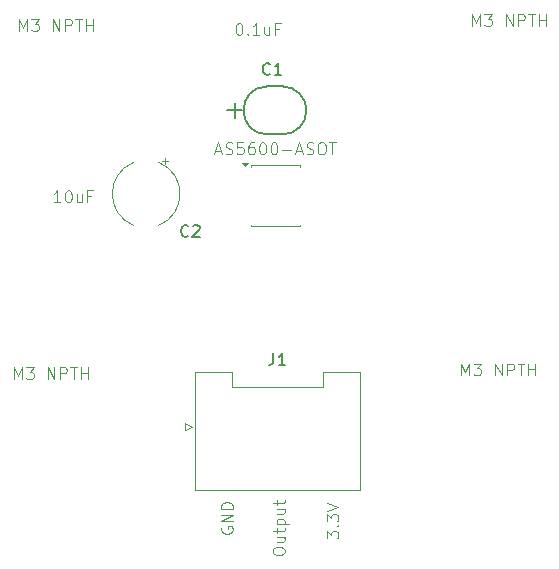
<source format=gbr>
%TF.GenerationSoftware,KiCad,Pcbnew,9.0.7*%
%TF.CreationDate,2026-01-28T16:33:08-08:00*%
%TF.ProjectId,speed-sensor-PCB,73706565-642d-4736-956e-736f722d5043,rev?*%
%TF.SameCoordinates,Original*%
%TF.FileFunction,Legend,Top*%
%TF.FilePolarity,Positive*%
%FSLAX46Y46*%
G04 Gerber Fmt 4.6, Leading zero omitted, Abs format (unit mm)*
G04 Created by KiCad (PCBNEW 9.0.7) date 2026-01-28 16:33:08*
%MOMM*%
%LPD*%
G01*
G04 APERTURE LIST*
%ADD10C,0.100000*%
%ADD11C,0.150000*%
%ADD12C,0.120000*%
%ADD13C,0.152400*%
G04 APERTURE END LIST*
D10*
X94906265Y-96206704D02*
X95382455Y-96206704D01*
X94811027Y-96492419D02*
X95144360Y-95492419D01*
X95144360Y-95492419D02*
X95477693Y-96492419D01*
X95763408Y-96444800D02*
X95906265Y-96492419D01*
X95906265Y-96492419D02*
X96144360Y-96492419D01*
X96144360Y-96492419D02*
X96239598Y-96444800D01*
X96239598Y-96444800D02*
X96287217Y-96397180D01*
X96287217Y-96397180D02*
X96334836Y-96301942D01*
X96334836Y-96301942D02*
X96334836Y-96206704D01*
X96334836Y-96206704D02*
X96287217Y-96111466D01*
X96287217Y-96111466D02*
X96239598Y-96063847D01*
X96239598Y-96063847D02*
X96144360Y-96016228D01*
X96144360Y-96016228D02*
X95953884Y-95968609D01*
X95953884Y-95968609D02*
X95858646Y-95920990D01*
X95858646Y-95920990D02*
X95811027Y-95873371D01*
X95811027Y-95873371D02*
X95763408Y-95778133D01*
X95763408Y-95778133D02*
X95763408Y-95682895D01*
X95763408Y-95682895D02*
X95811027Y-95587657D01*
X95811027Y-95587657D02*
X95858646Y-95540038D01*
X95858646Y-95540038D02*
X95953884Y-95492419D01*
X95953884Y-95492419D02*
X96191979Y-95492419D01*
X96191979Y-95492419D02*
X96334836Y-95540038D01*
X97239598Y-95492419D02*
X96763408Y-95492419D01*
X96763408Y-95492419D02*
X96715789Y-95968609D01*
X96715789Y-95968609D02*
X96763408Y-95920990D01*
X96763408Y-95920990D02*
X96858646Y-95873371D01*
X96858646Y-95873371D02*
X97096741Y-95873371D01*
X97096741Y-95873371D02*
X97191979Y-95920990D01*
X97191979Y-95920990D02*
X97239598Y-95968609D01*
X97239598Y-95968609D02*
X97287217Y-96063847D01*
X97287217Y-96063847D02*
X97287217Y-96301942D01*
X97287217Y-96301942D02*
X97239598Y-96397180D01*
X97239598Y-96397180D02*
X97191979Y-96444800D01*
X97191979Y-96444800D02*
X97096741Y-96492419D01*
X97096741Y-96492419D02*
X96858646Y-96492419D01*
X96858646Y-96492419D02*
X96763408Y-96444800D01*
X96763408Y-96444800D02*
X96715789Y-96397180D01*
X98144360Y-95492419D02*
X97953884Y-95492419D01*
X97953884Y-95492419D02*
X97858646Y-95540038D01*
X97858646Y-95540038D02*
X97811027Y-95587657D01*
X97811027Y-95587657D02*
X97715789Y-95730514D01*
X97715789Y-95730514D02*
X97668170Y-95920990D01*
X97668170Y-95920990D02*
X97668170Y-96301942D01*
X97668170Y-96301942D02*
X97715789Y-96397180D01*
X97715789Y-96397180D02*
X97763408Y-96444800D01*
X97763408Y-96444800D02*
X97858646Y-96492419D01*
X97858646Y-96492419D02*
X98049122Y-96492419D01*
X98049122Y-96492419D02*
X98144360Y-96444800D01*
X98144360Y-96444800D02*
X98191979Y-96397180D01*
X98191979Y-96397180D02*
X98239598Y-96301942D01*
X98239598Y-96301942D02*
X98239598Y-96063847D01*
X98239598Y-96063847D02*
X98191979Y-95968609D01*
X98191979Y-95968609D02*
X98144360Y-95920990D01*
X98144360Y-95920990D02*
X98049122Y-95873371D01*
X98049122Y-95873371D02*
X97858646Y-95873371D01*
X97858646Y-95873371D02*
X97763408Y-95920990D01*
X97763408Y-95920990D02*
X97715789Y-95968609D01*
X97715789Y-95968609D02*
X97668170Y-96063847D01*
X98858646Y-95492419D02*
X98953884Y-95492419D01*
X98953884Y-95492419D02*
X99049122Y-95540038D01*
X99049122Y-95540038D02*
X99096741Y-95587657D01*
X99096741Y-95587657D02*
X99144360Y-95682895D01*
X99144360Y-95682895D02*
X99191979Y-95873371D01*
X99191979Y-95873371D02*
X99191979Y-96111466D01*
X99191979Y-96111466D02*
X99144360Y-96301942D01*
X99144360Y-96301942D02*
X99096741Y-96397180D01*
X99096741Y-96397180D02*
X99049122Y-96444800D01*
X99049122Y-96444800D02*
X98953884Y-96492419D01*
X98953884Y-96492419D02*
X98858646Y-96492419D01*
X98858646Y-96492419D02*
X98763408Y-96444800D01*
X98763408Y-96444800D02*
X98715789Y-96397180D01*
X98715789Y-96397180D02*
X98668170Y-96301942D01*
X98668170Y-96301942D02*
X98620551Y-96111466D01*
X98620551Y-96111466D02*
X98620551Y-95873371D01*
X98620551Y-95873371D02*
X98668170Y-95682895D01*
X98668170Y-95682895D02*
X98715789Y-95587657D01*
X98715789Y-95587657D02*
X98763408Y-95540038D01*
X98763408Y-95540038D02*
X98858646Y-95492419D01*
X99811027Y-95492419D02*
X99906265Y-95492419D01*
X99906265Y-95492419D02*
X100001503Y-95540038D01*
X100001503Y-95540038D02*
X100049122Y-95587657D01*
X100049122Y-95587657D02*
X100096741Y-95682895D01*
X100096741Y-95682895D02*
X100144360Y-95873371D01*
X100144360Y-95873371D02*
X100144360Y-96111466D01*
X100144360Y-96111466D02*
X100096741Y-96301942D01*
X100096741Y-96301942D02*
X100049122Y-96397180D01*
X100049122Y-96397180D02*
X100001503Y-96444800D01*
X100001503Y-96444800D02*
X99906265Y-96492419D01*
X99906265Y-96492419D02*
X99811027Y-96492419D01*
X99811027Y-96492419D02*
X99715789Y-96444800D01*
X99715789Y-96444800D02*
X99668170Y-96397180D01*
X99668170Y-96397180D02*
X99620551Y-96301942D01*
X99620551Y-96301942D02*
X99572932Y-96111466D01*
X99572932Y-96111466D02*
X99572932Y-95873371D01*
X99572932Y-95873371D02*
X99620551Y-95682895D01*
X99620551Y-95682895D02*
X99668170Y-95587657D01*
X99668170Y-95587657D02*
X99715789Y-95540038D01*
X99715789Y-95540038D02*
X99811027Y-95492419D01*
X100572932Y-96111466D02*
X101334837Y-96111466D01*
X101763408Y-96206704D02*
X102239598Y-96206704D01*
X101668170Y-96492419D02*
X102001503Y-95492419D01*
X102001503Y-95492419D02*
X102334836Y-96492419D01*
X102620551Y-96444800D02*
X102763408Y-96492419D01*
X102763408Y-96492419D02*
X103001503Y-96492419D01*
X103001503Y-96492419D02*
X103096741Y-96444800D01*
X103096741Y-96444800D02*
X103144360Y-96397180D01*
X103144360Y-96397180D02*
X103191979Y-96301942D01*
X103191979Y-96301942D02*
X103191979Y-96206704D01*
X103191979Y-96206704D02*
X103144360Y-96111466D01*
X103144360Y-96111466D02*
X103096741Y-96063847D01*
X103096741Y-96063847D02*
X103001503Y-96016228D01*
X103001503Y-96016228D02*
X102811027Y-95968609D01*
X102811027Y-95968609D02*
X102715789Y-95920990D01*
X102715789Y-95920990D02*
X102668170Y-95873371D01*
X102668170Y-95873371D02*
X102620551Y-95778133D01*
X102620551Y-95778133D02*
X102620551Y-95682895D01*
X102620551Y-95682895D02*
X102668170Y-95587657D01*
X102668170Y-95587657D02*
X102715789Y-95540038D01*
X102715789Y-95540038D02*
X102811027Y-95492419D01*
X102811027Y-95492419D02*
X103049122Y-95492419D01*
X103049122Y-95492419D02*
X103191979Y-95540038D01*
X103811027Y-95492419D02*
X104001503Y-95492419D01*
X104001503Y-95492419D02*
X104096741Y-95540038D01*
X104096741Y-95540038D02*
X104191979Y-95635276D01*
X104191979Y-95635276D02*
X104239598Y-95825752D01*
X104239598Y-95825752D02*
X104239598Y-96159085D01*
X104239598Y-96159085D02*
X104191979Y-96349561D01*
X104191979Y-96349561D02*
X104096741Y-96444800D01*
X104096741Y-96444800D02*
X104001503Y-96492419D01*
X104001503Y-96492419D02*
X103811027Y-96492419D01*
X103811027Y-96492419D02*
X103715789Y-96444800D01*
X103715789Y-96444800D02*
X103620551Y-96349561D01*
X103620551Y-96349561D02*
X103572932Y-96159085D01*
X103572932Y-96159085D02*
X103572932Y-95825752D01*
X103572932Y-95825752D02*
X103620551Y-95635276D01*
X103620551Y-95635276D02*
X103715789Y-95540038D01*
X103715789Y-95540038D02*
X103811027Y-95492419D01*
X104525313Y-95492419D02*
X105096741Y-95492419D01*
X104811027Y-96492419D02*
X104811027Y-95492419D01*
X116633884Y-85642419D02*
X116633884Y-84642419D01*
X116633884Y-84642419D02*
X116967217Y-85356704D01*
X116967217Y-85356704D02*
X117300550Y-84642419D01*
X117300550Y-84642419D02*
X117300550Y-85642419D01*
X117681503Y-84642419D02*
X118300550Y-84642419D01*
X118300550Y-84642419D02*
X117967217Y-85023371D01*
X117967217Y-85023371D02*
X118110074Y-85023371D01*
X118110074Y-85023371D02*
X118205312Y-85070990D01*
X118205312Y-85070990D02*
X118252931Y-85118609D01*
X118252931Y-85118609D02*
X118300550Y-85213847D01*
X118300550Y-85213847D02*
X118300550Y-85451942D01*
X118300550Y-85451942D02*
X118252931Y-85547180D01*
X118252931Y-85547180D02*
X118205312Y-85594800D01*
X118205312Y-85594800D02*
X118110074Y-85642419D01*
X118110074Y-85642419D02*
X117824360Y-85642419D01*
X117824360Y-85642419D02*
X117729122Y-85594800D01*
X117729122Y-85594800D02*
X117681503Y-85547180D01*
X119491027Y-85642419D02*
X119491027Y-84642419D01*
X119491027Y-84642419D02*
X120062455Y-85642419D01*
X120062455Y-85642419D02*
X120062455Y-84642419D01*
X120538646Y-85642419D02*
X120538646Y-84642419D01*
X120538646Y-84642419D02*
X120919598Y-84642419D01*
X120919598Y-84642419D02*
X121014836Y-84690038D01*
X121014836Y-84690038D02*
X121062455Y-84737657D01*
X121062455Y-84737657D02*
X121110074Y-84832895D01*
X121110074Y-84832895D02*
X121110074Y-84975752D01*
X121110074Y-84975752D02*
X121062455Y-85070990D01*
X121062455Y-85070990D02*
X121014836Y-85118609D01*
X121014836Y-85118609D02*
X120919598Y-85166228D01*
X120919598Y-85166228D02*
X120538646Y-85166228D01*
X121395789Y-84642419D02*
X121967217Y-84642419D01*
X121681503Y-85642419D02*
X121681503Y-84642419D01*
X122300551Y-85642419D02*
X122300551Y-84642419D01*
X122300551Y-85118609D02*
X122871979Y-85118609D01*
X122871979Y-85642419D02*
X122871979Y-84642419D01*
X77843884Y-115532419D02*
X77843884Y-114532419D01*
X77843884Y-114532419D02*
X78177217Y-115246704D01*
X78177217Y-115246704D02*
X78510550Y-114532419D01*
X78510550Y-114532419D02*
X78510550Y-115532419D01*
X78891503Y-114532419D02*
X79510550Y-114532419D01*
X79510550Y-114532419D02*
X79177217Y-114913371D01*
X79177217Y-114913371D02*
X79320074Y-114913371D01*
X79320074Y-114913371D02*
X79415312Y-114960990D01*
X79415312Y-114960990D02*
X79462931Y-115008609D01*
X79462931Y-115008609D02*
X79510550Y-115103847D01*
X79510550Y-115103847D02*
X79510550Y-115341942D01*
X79510550Y-115341942D02*
X79462931Y-115437180D01*
X79462931Y-115437180D02*
X79415312Y-115484800D01*
X79415312Y-115484800D02*
X79320074Y-115532419D01*
X79320074Y-115532419D02*
X79034360Y-115532419D01*
X79034360Y-115532419D02*
X78939122Y-115484800D01*
X78939122Y-115484800D02*
X78891503Y-115437180D01*
X80701027Y-115532419D02*
X80701027Y-114532419D01*
X80701027Y-114532419D02*
X81272455Y-115532419D01*
X81272455Y-115532419D02*
X81272455Y-114532419D01*
X81748646Y-115532419D02*
X81748646Y-114532419D01*
X81748646Y-114532419D02*
X82129598Y-114532419D01*
X82129598Y-114532419D02*
X82224836Y-114580038D01*
X82224836Y-114580038D02*
X82272455Y-114627657D01*
X82272455Y-114627657D02*
X82320074Y-114722895D01*
X82320074Y-114722895D02*
X82320074Y-114865752D01*
X82320074Y-114865752D02*
X82272455Y-114960990D01*
X82272455Y-114960990D02*
X82224836Y-115008609D01*
X82224836Y-115008609D02*
X82129598Y-115056228D01*
X82129598Y-115056228D02*
X81748646Y-115056228D01*
X82605789Y-114532419D02*
X83177217Y-114532419D01*
X82891503Y-115532419D02*
X82891503Y-114532419D01*
X83510551Y-115532419D02*
X83510551Y-114532419D01*
X83510551Y-115008609D02*
X84081979Y-115008609D01*
X84081979Y-115532419D02*
X84081979Y-114532419D01*
X115723884Y-115222419D02*
X115723884Y-114222419D01*
X115723884Y-114222419D02*
X116057217Y-114936704D01*
X116057217Y-114936704D02*
X116390550Y-114222419D01*
X116390550Y-114222419D02*
X116390550Y-115222419D01*
X116771503Y-114222419D02*
X117390550Y-114222419D01*
X117390550Y-114222419D02*
X117057217Y-114603371D01*
X117057217Y-114603371D02*
X117200074Y-114603371D01*
X117200074Y-114603371D02*
X117295312Y-114650990D01*
X117295312Y-114650990D02*
X117342931Y-114698609D01*
X117342931Y-114698609D02*
X117390550Y-114793847D01*
X117390550Y-114793847D02*
X117390550Y-115031942D01*
X117390550Y-115031942D02*
X117342931Y-115127180D01*
X117342931Y-115127180D02*
X117295312Y-115174800D01*
X117295312Y-115174800D02*
X117200074Y-115222419D01*
X117200074Y-115222419D02*
X116914360Y-115222419D01*
X116914360Y-115222419D02*
X116819122Y-115174800D01*
X116819122Y-115174800D02*
X116771503Y-115127180D01*
X118581027Y-115222419D02*
X118581027Y-114222419D01*
X118581027Y-114222419D02*
X119152455Y-115222419D01*
X119152455Y-115222419D02*
X119152455Y-114222419D01*
X119628646Y-115222419D02*
X119628646Y-114222419D01*
X119628646Y-114222419D02*
X120009598Y-114222419D01*
X120009598Y-114222419D02*
X120104836Y-114270038D01*
X120104836Y-114270038D02*
X120152455Y-114317657D01*
X120152455Y-114317657D02*
X120200074Y-114412895D01*
X120200074Y-114412895D02*
X120200074Y-114555752D01*
X120200074Y-114555752D02*
X120152455Y-114650990D01*
X120152455Y-114650990D02*
X120104836Y-114698609D01*
X120104836Y-114698609D02*
X120009598Y-114746228D01*
X120009598Y-114746228D02*
X119628646Y-114746228D01*
X120485789Y-114222419D02*
X121057217Y-114222419D01*
X120771503Y-115222419D02*
X120771503Y-114222419D01*
X121390551Y-115222419D02*
X121390551Y-114222419D01*
X121390551Y-114698609D02*
X121961979Y-114698609D01*
X121961979Y-115222419D02*
X121961979Y-114222419D01*
X81777693Y-100562419D02*
X81206265Y-100562419D01*
X81491979Y-100562419D02*
X81491979Y-99562419D01*
X81491979Y-99562419D02*
X81396741Y-99705276D01*
X81396741Y-99705276D02*
X81301503Y-99800514D01*
X81301503Y-99800514D02*
X81206265Y-99848133D01*
X82396741Y-99562419D02*
X82491979Y-99562419D01*
X82491979Y-99562419D02*
X82587217Y-99610038D01*
X82587217Y-99610038D02*
X82634836Y-99657657D01*
X82634836Y-99657657D02*
X82682455Y-99752895D01*
X82682455Y-99752895D02*
X82730074Y-99943371D01*
X82730074Y-99943371D02*
X82730074Y-100181466D01*
X82730074Y-100181466D02*
X82682455Y-100371942D01*
X82682455Y-100371942D02*
X82634836Y-100467180D01*
X82634836Y-100467180D02*
X82587217Y-100514800D01*
X82587217Y-100514800D02*
X82491979Y-100562419D01*
X82491979Y-100562419D02*
X82396741Y-100562419D01*
X82396741Y-100562419D02*
X82301503Y-100514800D01*
X82301503Y-100514800D02*
X82253884Y-100467180D01*
X82253884Y-100467180D02*
X82206265Y-100371942D01*
X82206265Y-100371942D02*
X82158646Y-100181466D01*
X82158646Y-100181466D02*
X82158646Y-99943371D01*
X82158646Y-99943371D02*
X82206265Y-99752895D01*
X82206265Y-99752895D02*
X82253884Y-99657657D01*
X82253884Y-99657657D02*
X82301503Y-99610038D01*
X82301503Y-99610038D02*
X82396741Y-99562419D01*
X83587217Y-99895752D02*
X83587217Y-100562419D01*
X83158646Y-99895752D02*
X83158646Y-100419561D01*
X83158646Y-100419561D02*
X83206265Y-100514800D01*
X83206265Y-100514800D02*
X83301503Y-100562419D01*
X83301503Y-100562419D02*
X83444360Y-100562419D01*
X83444360Y-100562419D02*
X83539598Y-100514800D01*
X83539598Y-100514800D02*
X83587217Y-100467180D01*
X84396741Y-100038609D02*
X84063408Y-100038609D01*
X84063408Y-100562419D02*
X84063408Y-99562419D01*
X84063408Y-99562419D02*
X84539598Y-99562419D01*
X96859360Y-85382419D02*
X96954598Y-85382419D01*
X96954598Y-85382419D02*
X97049836Y-85430038D01*
X97049836Y-85430038D02*
X97097455Y-85477657D01*
X97097455Y-85477657D02*
X97145074Y-85572895D01*
X97145074Y-85572895D02*
X97192693Y-85763371D01*
X97192693Y-85763371D02*
X97192693Y-86001466D01*
X97192693Y-86001466D02*
X97145074Y-86191942D01*
X97145074Y-86191942D02*
X97097455Y-86287180D01*
X97097455Y-86287180D02*
X97049836Y-86334800D01*
X97049836Y-86334800D02*
X96954598Y-86382419D01*
X96954598Y-86382419D02*
X96859360Y-86382419D01*
X96859360Y-86382419D02*
X96764122Y-86334800D01*
X96764122Y-86334800D02*
X96716503Y-86287180D01*
X96716503Y-86287180D02*
X96668884Y-86191942D01*
X96668884Y-86191942D02*
X96621265Y-86001466D01*
X96621265Y-86001466D02*
X96621265Y-85763371D01*
X96621265Y-85763371D02*
X96668884Y-85572895D01*
X96668884Y-85572895D02*
X96716503Y-85477657D01*
X96716503Y-85477657D02*
X96764122Y-85430038D01*
X96764122Y-85430038D02*
X96859360Y-85382419D01*
X97621265Y-86287180D02*
X97668884Y-86334800D01*
X97668884Y-86334800D02*
X97621265Y-86382419D01*
X97621265Y-86382419D02*
X97573646Y-86334800D01*
X97573646Y-86334800D02*
X97621265Y-86287180D01*
X97621265Y-86287180D02*
X97621265Y-86382419D01*
X98621264Y-86382419D02*
X98049836Y-86382419D01*
X98335550Y-86382419D02*
X98335550Y-85382419D01*
X98335550Y-85382419D02*
X98240312Y-85525276D01*
X98240312Y-85525276D02*
X98145074Y-85620514D01*
X98145074Y-85620514D02*
X98049836Y-85668133D01*
X99478407Y-85715752D02*
X99478407Y-86382419D01*
X99049836Y-85715752D02*
X99049836Y-86239561D01*
X99049836Y-86239561D02*
X99097455Y-86334800D01*
X99097455Y-86334800D02*
X99192693Y-86382419D01*
X99192693Y-86382419D02*
X99335550Y-86382419D01*
X99335550Y-86382419D02*
X99430788Y-86334800D01*
X99430788Y-86334800D02*
X99478407Y-86287180D01*
X100287931Y-85858609D02*
X99954598Y-85858609D01*
X99954598Y-86382419D02*
X99954598Y-85382419D01*
X99954598Y-85382419D02*
X100430788Y-85382419D01*
X99762419Y-130175639D02*
X99762419Y-129985163D01*
X99762419Y-129985163D02*
X99810038Y-129889925D01*
X99810038Y-129889925D02*
X99905276Y-129794687D01*
X99905276Y-129794687D02*
X100095752Y-129747068D01*
X100095752Y-129747068D02*
X100429085Y-129747068D01*
X100429085Y-129747068D02*
X100619561Y-129794687D01*
X100619561Y-129794687D02*
X100714800Y-129889925D01*
X100714800Y-129889925D02*
X100762419Y-129985163D01*
X100762419Y-129985163D02*
X100762419Y-130175639D01*
X100762419Y-130175639D02*
X100714800Y-130270877D01*
X100714800Y-130270877D02*
X100619561Y-130366115D01*
X100619561Y-130366115D02*
X100429085Y-130413734D01*
X100429085Y-130413734D02*
X100095752Y-130413734D01*
X100095752Y-130413734D02*
X99905276Y-130366115D01*
X99905276Y-130366115D02*
X99810038Y-130270877D01*
X99810038Y-130270877D02*
X99762419Y-130175639D01*
X100095752Y-128889925D02*
X100762419Y-128889925D01*
X100095752Y-129318496D02*
X100619561Y-129318496D01*
X100619561Y-129318496D02*
X100714800Y-129270877D01*
X100714800Y-129270877D02*
X100762419Y-129175639D01*
X100762419Y-129175639D02*
X100762419Y-129032782D01*
X100762419Y-129032782D02*
X100714800Y-128937544D01*
X100714800Y-128937544D02*
X100667180Y-128889925D01*
X100095752Y-128556591D02*
X100095752Y-128175639D01*
X99762419Y-128413734D02*
X100619561Y-128413734D01*
X100619561Y-128413734D02*
X100714800Y-128366115D01*
X100714800Y-128366115D02*
X100762419Y-128270877D01*
X100762419Y-128270877D02*
X100762419Y-128175639D01*
X100095752Y-127842305D02*
X101095752Y-127842305D01*
X100143371Y-127842305D02*
X100095752Y-127747067D01*
X100095752Y-127747067D02*
X100095752Y-127556591D01*
X100095752Y-127556591D02*
X100143371Y-127461353D01*
X100143371Y-127461353D02*
X100190990Y-127413734D01*
X100190990Y-127413734D02*
X100286228Y-127366115D01*
X100286228Y-127366115D02*
X100571942Y-127366115D01*
X100571942Y-127366115D02*
X100667180Y-127413734D01*
X100667180Y-127413734D02*
X100714800Y-127461353D01*
X100714800Y-127461353D02*
X100762419Y-127556591D01*
X100762419Y-127556591D02*
X100762419Y-127747067D01*
X100762419Y-127747067D02*
X100714800Y-127842305D01*
X100095752Y-126508972D02*
X100762419Y-126508972D01*
X100095752Y-126937543D02*
X100619561Y-126937543D01*
X100619561Y-126937543D02*
X100714800Y-126889924D01*
X100714800Y-126889924D02*
X100762419Y-126794686D01*
X100762419Y-126794686D02*
X100762419Y-126651829D01*
X100762419Y-126651829D02*
X100714800Y-126556591D01*
X100714800Y-126556591D02*
X100667180Y-126508972D01*
X100095752Y-126175638D02*
X100095752Y-125794686D01*
X99762419Y-126032781D02*
X100619561Y-126032781D01*
X100619561Y-126032781D02*
X100714800Y-125985162D01*
X100714800Y-125985162D02*
X100762419Y-125889924D01*
X100762419Y-125889924D02*
X100762419Y-125794686D01*
X78273884Y-86052419D02*
X78273884Y-85052419D01*
X78273884Y-85052419D02*
X78607217Y-85766704D01*
X78607217Y-85766704D02*
X78940550Y-85052419D01*
X78940550Y-85052419D02*
X78940550Y-86052419D01*
X79321503Y-85052419D02*
X79940550Y-85052419D01*
X79940550Y-85052419D02*
X79607217Y-85433371D01*
X79607217Y-85433371D02*
X79750074Y-85433371D01*
X79750074Y-85433371D02*
X79845312Y-85480990D01*
X79845312Y-85480990D02*
X79892931Y-85528609D01*
X79892931Y-85528609D02*
X79940550Y-85623847D01*
X79940550Y-85623847D02*
X79940550Y-85861942D01*
X79940550Y-85861942D02*
X79892931Y-85957180D01*
X79892931Y-85957180D02*
X79845312Y-86004800D01*
X79845312Y-86004800D02*
X79750074Y-86052419D01*
X79750074Y-86052419D02*
X79464360Y-86052419D01*
X79464360Y-86052419D02*
X79369122Y-86004800D01*
X79369122Y-86004800D02*
X79321503Y-85957180D01*
X81131027Y-86052419D02*
X81131027Y-85052419D01*
X81131027Y-85052419D02*
X81702455Y-86052419D01*
X81702455Y-86052419D02*
X81702455Y-85052419D01*
X82178646Y-86052419D02*
X82178646Y-85052419D01*
X82178646Y-85052419D02*
X82559598Y-85052419D01*
X82559598Y-85052419D02*
X82654836Y-85100038D01*
X82654836Y-85100038D02*
X82702455Y-85147657D01*
X82702455Y-85147657D02*
X82750074Y-85242895D01*
X82750074Y-85242895D02*
X82750074Y-85385752D01*
X82750074Y-85385752D02*
X82702455Y-85480990D01*
X82702455Y-85480990D02*
X82654836Y-85528609D01*
X82654836Y-85528609D02*
X82559598Y-85576228D01*
X82559598Y-85576228D02*
X82178646Y-85576228D01*
X83035789Y-85052419D02*
X83607217Y-85052419D01*
X83321503Y-86052419D02*
X83321503Y-85052419D01*
X83940551Y-86052419D02*
X83940551Y-85052419D01*
X83940551Y-85528609D02*
X84511979Y-85528609D01*
X84511979Y-86052419D02*
X84511979Y-85052419D01*
X104312419Y-129011353D02*
X104312419Y-128392306D01*
X104312419Y-128392306D02*
X104693371Y-128725639D01*
X104693371Y-128725639D02*
X104693371Y-128582782D01*
X104693371Y-128582782D02*
X104740990Y-128487544D01*
X104740990Y-128487544D02*
X104788609Y-128439925D01*
X104788609Y-128439925D02*
X104883847Y-128392306D01*
X104883847Y-128392306D02*
X105121942Y-128392306D01*
X105121942Y-128392306D02*
X105217180Y-128439925D01*
X105217180Y-128439925D02*
X105264800Y-128487544D01*
X105264800Y-128487544D02*
X105312419Y-128582782D01*
X105312419Y-128582782D02*
X105312419Y-128868496D01*
X105312419Y-128868496D02*
X105264800Y-128963734D01*
X105264800Y-128963734D02*
X105217180Y-129011353D01*
X105217180Y-127963734D02*
X105264800Y-127916115D01*
X105264800Y-127916115D02*
X105312419Y-127963734D01*
X105312419Y-127963734D02*
X105264800Y-128011353D01*
X105264800Y-128011353D02*
X105217180Y-127963734D01*
X105217180Y-127963734D02*
X105312419Y-127963734D01*
X104312419Y-127582782D02*
X104312419Y-126963735D01*
X104312419Y-126963735D02*
X104693371Y-127297068D01*
X104693371Y-127297068D02*
X104693371Y-127154211D01*
X104693371Y-127154211D02*
X104740990Y-127058973D01*
X104740990Y-127058973D02*
X104788609Y-127011354D01*
X104788609Y-127011354D02*
X104883847Y-126963735D01*
X104883847Y-126963735D02*
X105121942Y-126963735D01*
X105121942Y-126963735D02*
X105217180Y-127011354D01*
X105217180Y-127011354D02*
X105264800Y-127058973D01*
X105264800Y-127058973D02*
X105312419Y-127154211D01*
X105312419Y-127154211D02*
X105312419Y-127439925D01*
X105312419Y-127439925D02*
X105264800Y-127535163D01*
X105264800Y-127535163D02*
X105217180Y-127582782D01*
X104312419Y-126678020D02*
X105312419Y-126344687D01*
X105312419Y-126344687D02*
X104312419Y-126011354D01*
X95430038Y-128052306D02*
X95382419Y-128147544D01*
X95382419Y-128147544D02*
X95382419Y-128290401D01*
X95382419Y-128290401D02*
X95430038Y-128433258D01*
X95430038Y-128433258D02*
X95525276Y-128528496D01*
X95525276Y-128528496D02*
X95620514Y-128576115D01*
X95620514Y-128576115D02*
X95810990Y-128623734D01*
X95810990Y-128623734D02*
X95953847Y-128623734D01*
X95953847Y-128623734D02*
X96144323Y-128576115D01*
X96144323Y-128576115D02*
X96239561Y-128528496D01*
X96239561Y-128528496D02*
X96334800Y-128433258D01*
X96334800Y-128433258D02*
X96382419Y-128290401D01*
X96382419Y-128290401D02*
X96382419Y-128195163D01*
X96382419Y-128195163D02*
X96334800Y-128052306D01*
X96334800Y-128052306D02*
X96287180Y-128004687D01*
X96287180Y-128004687D02*
X95953847Y-128004687D01*
X95953847Y-128004687D02*
X95953847Y-128195163D01*
X96382419Y-127576115D02*
X95382419Y-127576115D01*
X95382419Y-127576115D02*
X96382419Y-127004687D01*
X96382419Y-127004687D02*
X95382419Y-127004687D01*
X96382419Y-126528496D02*
X95382419Y-126528496D01*
X95382419Y-126528496D02*
X95382419Y-126290401D01*
X95382419Y-126290401D02*
X95430038Y-126147544D01*
X95430038Y-126147544D02*
X95525276Y-126052306D01*
X95525276Y-126052306D02*
X95620514Y-126004687D01*
X95620514Y-126004687D02*
X95810990Y-125957068D01*
X95810990Y-125957068D02*
X95953847Y-125957068D01*
X95953847Y-125957068D02*
X96144323Y-126004687D01*
X96144323Y-126004687D02*
X96239561Y-126052306D01*
X96239561Y-126052306D02*
X96334800Y-126147544D01*
X96334800Y-126147544D02*
X96382419Y-126290401D01*
X96382419Y-126290401D02*
X96382419Y-126528496D01*
D11*
X92613333Y-103389580D02*
X92565714Y-103437200D01*
X92565714Y-103437200D02*
X92422857Y-103484819D01*
X92422857Y-103484819D02*
X92327619Y-103484819D01*
X92327619Y-103484819D02*
X92184762Y-103437200D01*
X92184762Y-103437200D02*
X92089524Y-103341961D01*
X92089524Y-103341961D02*
X92041905Y-103246723D01*
X92041905Y-103246723D02*
X91994286Y-103056247D01*
X91994286Y-103056247D02*
X91994286Y-102913390D01*
X91994286Y-102913390D02*
X92041905Y-102722914D01*
X92041905Y-102722914D02*
X92089524Y-102627676D01*
X92089524Y-102627676D02*
X92184762Y-102532438D01*
X92184762Y-102532438D02*
X92327619Y-102484819D01*
X92327619Y-102484819D02*
X92422857Y-102484819D01*
X92422857Y-102484819D02*
X92565714Y-102532438D01*
X92565714Y-102532438D02*
X92613333Y-102580057D01*
X92994286Y-102580057D02*
X93041905Y-102532438D01*
X93041905Y-102532438D02*
X93137143Y-102484819D01*
X93137143Y-102484819D02*
X93375238Y-102484819D01*
X93375238Y-102484819D02*
X93470476Y-102532438D01*
X93470476Y-102532438D02*
X93518095Y-102580057D01*
X93518095Y-102580057D02*
X93565714Y-102675295D01*
X93565714Y-102675295D02*
X93565714Y-102770533D01*
X93565714Y-102770533D02*
X93518095Y-102913390D01*
X93518095Y-102913390D02*
X92946667Y-103484819D01*
X92946667Y-103484819D02*
X93565714Y-103484819D01*
X99816666Y-113334819D02*
X99816666Y-114049104D01*
X99816666Y-114049104D02*
X99769047Y-114191961D01*
X99769047Y-114191961D02*
X99673809Y-114287200D01*
X99673809Y-114287200D02*
X99530952Y-114334819D01*
X99530952Y-114334819D02*
X99435714Y-114334819D01*
X100816666Y-114334819D02*
X100245238Y-114334819D01*
X100530952Y-114334819D02*
X100530952Y-113334819D01*
X100530952Y-113334819D02*
X100435714Y-113477676D01*
X100435714Y-113477676D02*
X100340476Y-113572914D01*
X100340476Y-113572914D02*
X100245238Y-113620533D01*
X99525833Y-89669580D02*
X99478214Y-89717200D01*
X99478214Y-89717200D02*
X99335357Y-89764819D01*
X99335357Y-89764819D02*
X99240119Y-89764819D01*
X99240119Y-89764819D02*
X99097262Y-89717200D01*
X99097262Y-89717200D02*
X99002024Y-89621961D01*
X99002024Y-89621961D02*
X98954405Y-89526723D01*
X98954405Y-89526723D02*
X98906786Y-89336247D01*
X98906786Y-89336247D02*
X98906786Y-89193390D01*
X98906786Y-89193390D02*
X98954405Y-89002914D01*
X98954405Y-89002914D02*
X99002024Y-88907676D01*
X99002024Y-88907676D02*
X99097262Y-88812438D01*
X99097262Y-88812438D02*
X99240119Y-88764819D01*
X99240119Y-88764819D02*
X99335357Y-88764819D01*
X99335357Y-88764819D02*
X99478214Y-88812438D01*
X99478214Y-88812438D02*
X99525833Y-88860057D01*
X100478214Y-89764819D02*
X99906786Y-89764819D01*
X100192500Y-89764819D02*
X100192500Y-88764819D01*
X100192500Y-88764819D02*
X100097262Y-88907676D01*
X100097262Y-88907676D02*
X100002024Y-89002914D01*
X100002024Y-89002914D02*
X99906786Y-89050533D01*
D12*
%TO.C,C2*%
X90100000Y-97182923D02*
G75*
G02*
X90100000Y-102517077I-1060000J-2667077D01*
G01*
X87980000Y-102517077D02*
G75*
G02*
X87980000Y-97182923I1060000J2667077D01*
G01*
X90930000Y-97052738D02*
X90380000Y-97052738D01*
X90655000Y-96777738D02*
X90655000Y-97327738D01*
%TO.C,J1*%
X92360000Y-119280000D02*
X92960000Y-119580000D01*
X92360000Y-119880000D02*
X92360000Y-119280000D01*
X92960000Y-119580000D02*
X92360000Y-119880000D01*
X93160000Y-114970000D02*
X96280000Y-114970000D01*
X93160000Y-124890000D02*
X93160000Y-114970000D01*
X96280000Y-114970000D02*
X96280000Y-116170000D01*
X96280000Y-116170000D02*
X104020000Y-116170000D01*
X104020000Y-114970000D02*
X107140000Y-114970000D01*
X104020000Y-116170000D02*
X104020000Y-114970000D01*
X107140000Y-114970000D02*
X107140000Y-124890000D01*
X107140000Y-124890000D02*
X93160000Y-124890000D01*
%TO.C,IC1*%
X97940000Y-97440000D02*
X102060000Y-97440000D01*
X97940000Y-97535000D02*
X97940000Y-97440000D01*
X97940000Y-102560000D02*
X97940000Y-102465000D01*
X102060000Y-97440000D02*
X102060000Y-97535000D01*
X102060000Y-102465000D02*
X102060000Y-102560000D01*
X102060000Y-102560000D02*
X97940000Y-102560000D01*
X97400000Y-97530000D02*
X97160000Y-97200000D01*
X97640000Y-97200000D01*
X97400000Y-97530000D01*
G36*
X97400000Y-97530000D02*
G01*
X97160000Y-97200000D01*
X97640000Y-97200000D01*
X97400000Y-97530000D01*
G37*
D13*
%TO.C,C1*%
X95886000Y-92780000D02*
X97156000Y-92780000D01*
X96521000Y-92145000D02*
X96521000Y-93415000D01*
X99188000Y-90748000D02*
X100712000Y-90748000D01*
X99188000Y-94812000D02*
X100712000Y-94812000D01*
X99315000Y-94812000D02*
G75*
G02*
X99315000Y-90748000I0J2032000D01*
G01*
X100585000Y-90748000D02*
G75*
G02*
X102617000Y-92780000I0J-2032000D01*
G01*
X102617000Y-92780000D02*
G75*
G02*
X100585000Y-94812000I-2032000J0D01*
G01*
%TD*%
M02*

</source>
